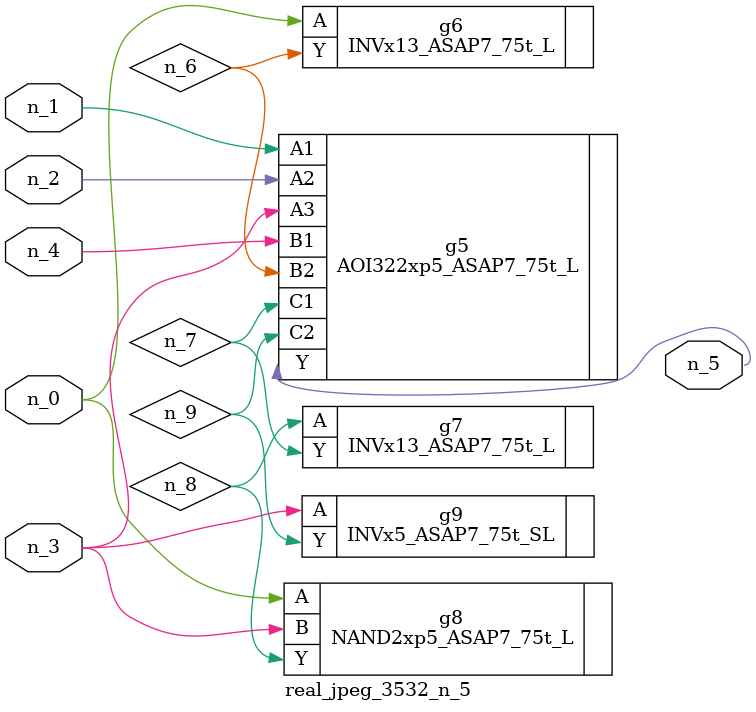
<source format=v>
module real_jpeg_3532_n_5 (n_4, n_0, n_1, n_2, n_3, n_5);

input n_4;
input n_0;
input n_1;
input n_2;
input n_3;

output n_5;

wire n_8;
wire n_6;
wire n_7;
wire n_9;

INVx13_ASAP7_75t_L g6 ( 
.A(n_0),
.Y(n_6)
);

NAND2xp5_ASAP7_75t_L g8 ( 
.A(n_0),
.B(n_3),
.Y(n_8)
);

AOI322xp5_ASAP7_75t_L g5 ( 
.A1(n_1),
.A2(n_2),
.A3(n_3),
.B1(n_4),
.B2(n_6),
.C1(n_7),
.C2(n_9),
.Y(n_5)
);

INVx5_ASAP7_75t_SL g9 ( 
.A(n_3),
.Y(n_9)
);

INVx13_ASAP7_75t_L g7 ( 
.A(n_8),
.Y(n_7)
);


endmodule
</source>
